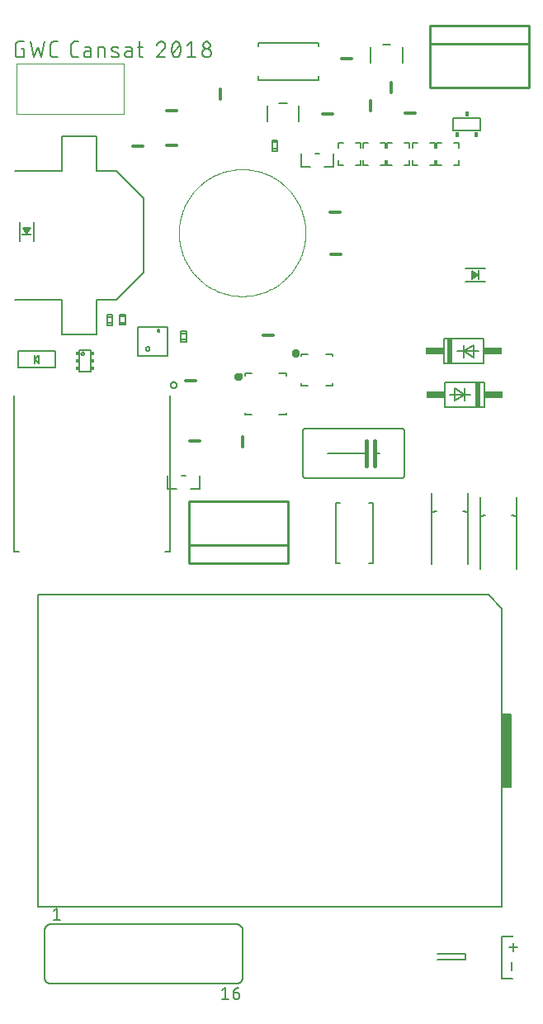
<source format=gto>
G75*
%MOIN*%
%OFA0B0*%
%FSLAX25Y25*%
%IPPOS*%
%LPD*%
%AMOC8*
5,1,8,0,0,1.08239X$1,22.5*
%
%ADD10C,0.00600*%
%ADD11C,0.00500*%
%ADD12C,0.00800*%
%ADD13C,0.00700*%
%ADD14C,0.01000*%
%ADD15C,0.01600*%
%ADD16C,0.01200*%
%ADD17R,0.02000X0.10000*%
%ADD18R,0.07500X0.03000*%
%ADD19R,0.00787X0.03937*%
%ADD20R,0.03937X0.00787*%
%ADD21R,0.01772X0.02362*%
%ADD22C,0.00197*%
%ADD23R,0.01575X0.01181*%
D10*
X0060369Y0077209D02*
X0135369Y0077209D01*
X0135467Y0077211D01*
X0135565Y0077217D01*
X0135663Y0077226D01*
X0135760Y0077240D01*
X0135857Y0077257D01*
X0135953Y0077278D01*
X0136048Y0077303D01*
X0136142Y0077331D01*
X0136234Y0077364D01*
X0136326Y0077399D01*
X0136416Y0077439D01*
X0136504Y0077481D01*
X0136591Y0077528D01*
X0136675Y0077577D01*
X0136758Y0077630D01*
X0136838Y0077686D01*
X0136917Y0077746D01*
X0136993Y0077808D01*
X0137066Y0077873D01*
X0137137Y0077941D01*
X0137205Y0078012D01*
X0137270Y0078085D01*
X0137332Y0078161D01*
X0137392Y0078240D01*
X0137448Y0078320D01*
X0137501Y0078403D01*
X0137550Y0078487D01*
X0137597Y0078574D01*
X0137639Y0078662D01*
X0137679Y0078752D01*
X0137714Y0078844D01*
X0137747Y0078936D01*
X0137775Y0079030D01*
X0137800Y0079125D01*
X0137821Y0079221D01*
X0137838Y0079318D01*
X0137852Y0079415D01*
X0137861Y0079513D01*
X0137867Y0079611D01*
X0137869Y0079709D01*
X0137869Y0098709D01*
X0137867Y0098807D01*
X0137861Y0098905D01*
X0137852Y0099003D01*
X0137838Y0099100D01*
X0137821Y0099197D01*
X0137800Y0099293D01*
X0137775Y0099388D01*
X0137747Y0099482D01*
X0137714Y0099574D01*
X0137679Y0099666D01*
X0137639Y0099756D01*
X0137597Y0099844D01*
X0137550Y0099931D01*
X0137501Y0100015D01*
X0137448Y0100098D01*
X0137392Y0100178D01*
X0137332Y0100257D01*
X0137270Y0100333D01*
X0137205Y0100406D01*
X0137137Y0100477D01*
X0137066Y0100545D01*
X0136993Y0100610D01*
X0136917Y0100672D01*
X0136838Y0100732D01*
X0136758Y0100788D01*
X0136675Y0100841D01*
X0136591Y0100890D01*
X0136504Y0100937D01*
X0136416Y0100979D01*
X0136326Y0101019D01*
X0136234Y0101054D01*
X0136142Y0101087D01*
X0136048Y0101115D01*
X0135953Y0101140D01*
X0135857Y0101161D01*
X0135760Y0101178D01*
X0135663Y0101192D01*
X0135565Y0101201D01*
X0135467Y0101207D01*
X0135369Y0101209D01*
X0060369Y0101209D01*
X0060271Y0101207D01*
X0060173Y0101201D01*
X0060075Y0101192D01*
X0059978Y0101178D01*
X0059881Y0101161D01*
X0059785Y0101140D01*
X0059690Y0101115D01*
X0059596Y0101087D01*
X0059504Y0101054D01*
X0059412Y0101019D01*
X0059322Y0100979D01*
X0059234Y0100937D01*
X0059147Y0100890D01*
X0059063Y0100841D01*
X0058980Y0100788D01*
X0058900Y0100732D01*
X0058821Y0100672D01*
X0058745Y0100610D01*
X0058672Y0100545D01*
X0058601Y0100477D01*
X0058533Y0100406D01*
X0058468Y0100333D01*
X0058406Y0100257D01*
X0058346Y0100178D01*
X0058290Y0100098D01*
X0058237Y0100015D01*
X0058188Y0099931D01*
X0058141Y0099844D01*
X0058099Y0099756D01*
X0058059Y0099666D01*
X0058024Y0099574D01*
X0057991Y0099482D01*
X0057963Y0099388D01*
X0057938Y0099293D01*
X0057917Y0099197D01*
X0057900Y0099100D01*
X0057886Y0099003D01*
X0057877Y0098905D01*
X0057871Y0098807D01*
X0057869Y0098709D01*
X0057869Y0079709D01*
X0057871Y0079611D01*
X0057877Y0079513D01*
X0057886Y0079415D01*
X0057900Y0079318D01*
X0057917Y0079221D01*
X0057938Y0079125D01*
X0057963Y0079030D01*
X0057991Y0078936D01*
X0058024Y0078844D01*
X0058059Y0078752D01*
X0058099Y0078662D01*
X0058141Y0078574D01*
X0058188Y0078487D01*
X0058237Y0078403D01*
X0058290Y0078320D01*
X0058346Y0078240D01*
X0058406Y0078161D01*
X0058468Y0078085D01*
X0058533Y0078012D01*
X0058601Y0077941D01*
X0058672Y0077873D01*
X0058745Y0077808D01*
X0058821Y0077746D01*
X0058900Y0077686D01*
X0058980Y0077630D01*
X0059063Y0077577D01*
X0059147Y0077528D01*
X0059234Y0077481D01*
X0059322Y0077439D01*
X0059412Y0077399D01*
X0059504Y0077364D01*
X0059596Y0077331D01*
X0059690Y0077303D01*
X0059785Y0077278D01*
X0059881Y0077257D01*
X0059978Y0077240D01*
X0060075Y0077226D01*
X0060173Y0077217D01*
X0060271Y0077211D01*
X0060369Y0077209D01*
X0163212Y0281295D02*
X0202212Y0281295D01*
X0202272Y0281297D01*
X0202333Y0281302D01*
X0202392Y0281311D01*
X0202451Y0281324D01*
X0202510Y0281340D01*
X0202567Y0281360D01*
X0202622Y0281383D01*
X0202677Y0281410D01*
X0202729Y0281439D01*
X0202780Y0281472D01*
X0202829Y0281508D01*
X0202875Y0281546D01*
X0202919Y0281588D01*
X0202961Y0281632D01*
X0202999Y0281678D01*
X0203035Y0281727D01*
X0203068Y0281778D01*
X0203097Y0281830D01*
X0203124Y0281885D01*
X0203147Y0281940D01*
X0203167Y0281997D01*
X0203183Y0282056D01*
X0203196Y0282115D01*
X0203205Y0282174D01*
X0203210Y0282235D01*
X0203212Y0282295D01*
X0203212Y0300295D01*
X0203210Y0300355D01*
X0203205Y0300416D01*
X0203196Y0300475D01*
X0203183Y0300534D01*
X0203167Y0300593D01*
X0203147Y0300650D01*
X0203124Y0300705D01*
X0203097Y0300760D01*
X0203068Y0300812D01*
X0203035Y0300863D01*
X0202999Y0300912D01*
X0202961Y0300958D01*
X0202919Y0301002D01*
X0202875Y0301044D01*
X0202829Y0301082D01*
X0202780Y0301118D01*
X0202729Y0301151D01*
X0202677Y0301180D01*
X0202622Y0301207D01*
X0202567Y0301230D01*
X0202510Y0301250D01*
X0202451Y0301266D01*
X0202392Y0301279D01*
X0202333Y0301288D01*
X0202272Y0301293D01*
X0202212Y0301295D01*
X0163212Y0301295D01*
X0163152Y0301293D01*
X0163091Y0301288D01*
X0163032Y0301279D01*
X0162973Y0301266D01*
X0162914Y0301250D01*
X0162857Y0301230D01*
X0162802Y0301207D01*
X0162747Y0301180D01*
X0162695Y0301151D01*
X0162644Y0301118D01*
X0162595Y0301082D01*
X0162549Y0301044D01*
X0162505Y0301002D01*
X0162463Y0300958D01*
X0162425Y0300912D01*
X0162389Y0300863D01*
X0162356Y0300812D01*
X0162327Y0300760D01*
X0162300Y0300705D01*
X0162277Y0300650D01*
X0162257Y0300593D01*
X0162241Y0300534D01*
X0162228Y0300475D01*
X0162219Y0300416D01*
X0162214Y0300355D01*
X0162212Y0300295D01*
X0162212Y0282295D01*
X0162214Y0282235D01*
X0162219Y0282174D01*
X0162228Y0282115D01*
X0162241Y0282056D01*
X0162257Y0281997D01*
X0162277Y0281940D01*
X0162300Y0281885D01*
X0162327Y0281830D01*
X0162356Y0281778D01*
X0162389Y0281727D01*
X0162425Y0281678D01*
X0162463Y0281632D01*
X0162505Y0281588D01*
X0162549Y0281546D01*
X0162595Y0281508D01*
X0162644Y0281472D01*
X0162695Y0281439D01*
X0162747Y0281410D01*
X0162802Y0281383D01*
X0162857Y0281360D01*
X0162914Y0281340D01*
X0162973Y0281324D01*
X0163032Y0281311D01*
X0163091Y0281302D01*
X0163152Y0281297D01*
X0163212Y0281295D01*
X0172212Y0291295D02*
X0187712Y0291295D01*
X0191212Y0291295D02*
X0193212Y0291295D01*
X0219476Y0309917D02*
X0235476Y0309917D01*
X0235476Y0319917D01*
X0219476Y0319917D01*
X0219476Y0309917D01*
X0223476Y0312417D02*
X0227476Y0314917D01*
X0227476Y0317417D01*
X0227476Y0314917D02*
X0227476Y0312417D01*
X0227476Y0314917D02*
X0221476Y0314917D01*
X0223476Y0312417D02*
X0223476Y0317417D01*
X0227476Y0314917D01*
X0229976Y0314917D01*
X0235161Y0327476D02*
X0235161Y0337476D01*
X0219161Y0337476D01*
X0219161Y0327476D01*
X0235161Y0327476D01*
X0233161Y0332476D02*
X0227161Y0332476D01*
X0227161Y0329976D01*
X0227161Y0332476D02*
X0224661Y0332476D01*
X0227161Y0332476D02*
X0227161Y0334976D01*
X0227161Y0332476D02*
X0231161Y0334976D01*
X0231161Y0329976D01*
X0227161Y0332476D01*
X0225322Y0407583D02*
X0223322Y0407583D01*
X0225322Y0407583D02*
X0225322Y0409583D01*
X0225322Y0414583D02*
X0225322Y0416583D01*
X0223322Y0416583D01*
X0218322Y0416583D02*
X0216322Y0416583D01*
X0216322Y0414583D01*
X0215480Y0414583D02*
X0215480Y0416583D01*
X0213480Y0416583D01*
X0208480Y0416583D02*
X0206480Y0416583D01*
X0206480Y0414583D01*
X0205243Y0414583D02*
X0205243Y0416583D01*
X0203243Y0416583D01*
X0198243Y0416583D02*
X0196243Y0416583D01*
X0196243Y0414583D01*
X0195401Y0414583D02*
X0195401Y0416583D01*
X0193401Y0416583D01*
X0188401Y0416583D02*
X0186401Y0416583D01*
X0186401Y0414583D01*
X0185558Y0414504D02*
X0185558Y0416504D01*
X0183558Y0416504D01*
X0178558Y0416504D02*
X0176558Y0416504D01*
X0176558Y0414504D01*
X0176558Y0409504D02*
X0176558Y0407504D01*
X0178558Y0407504D01*
X0183558Y0407504D02*
X0185558Y0407504D01*
X0185558Y0409504D01*
X0186401Y0409583D02*
X0186401Y0407583D01*
X0188401Y0407583D01*
X0193401Y0407583D02*
X0195401Y0407583D01*
X0195401Y0409583D01*
X0196243Y0409583D02*
X0196243Y0407583D01*
X0198243Y0407583D01*
X0203243Y0407583D02*
X0205243Y0407583D01*
X0205243Y0409583D01*
X0206480Y0409583D02*
X0206480Y0407583D01*
X0208480Y0407583D01*
X0213480Y0407583D02*
X0215480Y0407583D01*
X0215480Y0409583D01*
X0216322Y0409583D02*
X0216322Y0407583D01*
X0218322Y0407583D01*
X0125108Y0452822D02*
X0125106Y0452739D01*
X0125100Y0452656D01*
X0125090Y0452573D01*
X0125077Y0452490D01*
X0125059Y0452409D01*
X0125038Y0452328D01*
X0125013Y0452249D01*
X0124984Y0452171D01*
X0124952Y0452094D01*
X0124916Y0452019D01*
X0124877Y0451945D01*
X0124834Y0451874D01*
X0124788Y0451804D01*
X0124738Y0451737D01*
X0124686Y0451672D01*
X0124631Y0451610D01*
X0124572Y0451550D01*
X0124511Y0451493D01*
X0124448Y0451439D01*
X0124382Y0451388D01*
X0124313Y0451341D01*
X0124243Y0451296D01*
X0124170Y0451255D01*
X0124096Y0451218D01*
X0124020Y0451183D01*
X0123942Y0451153D01*
X0123864Y0451126D01*
X0123783Y0451103D01*
X0123702Y0451083D01*
X0123620Y0451068D01*
X0123538Y0451056D01*
X0123455Y0451048D01*
X0123372Y0451044D01*
X0123288Y0451044D01*
X0123205Y0451048D01*
X0123122Y0451056D01*
X0123040Y0451068D01*
X0122958Y0451083D01*
X0122877Y0451103D01*
X0122796Y0451126D01*
X0122718Y0451153D01*
X0122640Y0451183D01*
X0122564Y0451218D01*
X0122490Y0451255D01*
X0122417Y0451296D01*
X0122347Y0451341D01*
X0122278Y0451388D01*
X0122212Y0451439D01*
X0122149Y0451493D01*
X0122088Y0451550D01*
X0122029Y0451610D01*
X0121974Y0451672D01*
X0121922Y0451737D01*
X0121872Y0451804D01*
X0121826Y0451874D01*
X0121783Y0451945D01*
X0121744Y0452019D01*
X0121708Y0452094D01*
X0121676Y0452171D01*
X0121647Y0452249D01*
X0121622Y0452328D01*
X0121601Y0452409D01*
X0121583Y0452490D01*
X0121570Y0452573D01*
X0121560Y0452656D01*
X0121554Y0452739D01*
X0121552Y0452822D01*
X0121554Y0452905D01*
X0121560Y0452988D01*
X0121570Y0453071D01*
X0121583Y0453154D01*
X0121601Y0453235D01*
X0121622Y0453316D01*
X0121647Y0453395D01*
X0121676Y0453473D01*
X0121708Y0453550D01*
X0121744Y0453625D01*
X0121783Y0453699D01*
X0121826Y0453770D01*
X0121872Y0453840D01*
X0121922Y0453907D01*
X0121974Y0453972D01*
X0122029Y0454034D01*
X0122088Y0454094D01*
X0122149Y0454151D01*
X0122212Y0454205D01*
X0122278Y0454256D01*
X0122347Y0454303D01*
X0122417Y0454348D01*
X0122490Y0454389D01*
X0122564Y0454426D01*
X0122640Y0454461D01*
X0122718Y0454491D01*
X0122796Y0454518D01*
X0122877Y0454541D01*
X0122958Y0454561D01*
X0123040Y0454576D01*
X0123122Y0454588D01*
X0123205Y0454596D01*
X0123288Y0454600D01*
X0123372Y0454600D01*
X0123455Y0454596D01*
X0123538Y0454588D01*
X0123620Y0454576D01*
X0123702Y0454561D01*
X0123783Y0454541D01*
X0123864Y0454518D01*
X0123942Y0454491D01*
X0124020Y0454461D01*
X0124096Y0454426D01*
X0124170Y0454389D01*
X0124243Y0454348D01*
X0124313Y0454303D01*
X0124382Y0454256D01*
X0124448Y0454205D01*
X0124511Y0454151D01*
X0124572Y0454094D01*
X0124631Y0454034D01*
X0124686Y0453972D01*
X0124738Y0453907D01*
X0124788Y0453840D01*
X0124834Y0453770D01*
X0124877Y0453699D01*
X0124916Y0453625D01*
X0124952Y0453550D01*
X0124984Y0453473D01*
X0125013Y0453395D01*
X0125038Y0453316D01*
X0125059Y0453235D01*
X0125077Y0453154D01*
X0125090Y0453071D01*
X0125100Y0452988D01*
X0125106Y0452905D01*
X0125108Y0452822D01*
X0124752Y0456022D02*
X0124750Y0455948D01*
X0124744Y0455873D01*
X0124734Y0455800D01*
X0124721Y0455726D01*
X0124704Y0455654D01*
X0124682Y0455583D01*
X0124658Y0455512D01*
X0124629Y0455444D01*
X0124597Y0455376D01*
X0124561Y0455311D01*
X0124523Y0455248D01*
X0124480Y0455186D01*
X0124435Y0455127D01*
X0124387Y0455070D01*
X0124336Y0455016D01*
X0124282Y0454965D01*
X0124225Y0454917D01*
X0124166Y0454872D01*
X0124104Y0454829D01*
X0124041Y0454791D01*
X0123976Y0454755D01*
X0123908Y0454723D01*
X0123840Y0454694D01*
X0123769Y0454670D01*
X0123698Y0454648D01*
X0123626Y0454631D01*
X0123552Y0454618D01*
X0123479Y0454608D01*
X0123404Y0454602D01*
X0123330Y0454600D01*
X0123256Y0454602D01*
X0123181Y0454608D01*
X0123108Y0454618D01*
X0123034Y0454631D01*
X0122962Y0454648D01*
X0122891Y0454670D01*
X0122820Y0454694D01*
X0122752Y0454723D01*
X0122684Y0454755D01*
X0122619Y0454791D01*
X0122556Y0454829D01*
X0122494Y0454872D01*
X0122435Y0454917D01*
X0122378Y0454965D01*
X0122324Y0455016D01*
X0122273Y0455070D01*
X0122225Y0455127D01*
X0122180Y0455186D01*
X0122137Y0455248D01*
X0122099Y0455311D01*
X0122063Y0455376D01*
X0122031Y0455444D01*
X0122002Y0455512D01*
X0121978Y0455583D01*
X0121956Y0455654D01*
X0121939Y0455726D01*
X0121926Y0455800D01*
X0121916Y0455873D01*
X0121910Y0455948D01*
X0121908Y0456022D01*
X0121910Y0456096D01*
X0121916Y0456171D01*
X0121926Y0456244D01*
X0121939Y0456318D01*
X0121956Y0456390D01*
X0121978Y0456461D01*
X0122002Y0456532D01*
X0122031Y0456600D01*
X0122063Y0456668D01*
X0122099Y0456733D01*
X0122137Y0456796D01*
X0122180Y0456858D01*
X0122225Y0456917D01*
X0122273Y0456974D01*
X0122324Y0457028D01*
X0122378Y0457079D01*
X0122435Y0457127D01*
X0122494Y0457172D01*
X0122556Y0457215D01*
X0122619Y0457253D01*
X0122684Y0457289D01*
X0122752Y0457321D01*
X0122820Y0457350D01*
X0122891Y0457374D01*
X0122962Y0457396D01*
X0123034Y0457413D01*
X0123108Y0457426D01*
X0123181Y0457436D01*
X0123256Y0457442D01*
X0123330Y0457444D01*
X0123404Y0457442D01*
X0123479Y0457436D01*
X0123552Y0457426D01*
X0123626Y0457413D01*
X0123698Y0457396D01*
X0123769Y0457374D01*
X0123840Y0457350D01*
X0123908Y0457321D01*
X0123976Y0457289D01*
X0124041Y0457253D01*
X0124104Y0457215D01*
X0124166Y0457172D01*
X0124225Y0457127D01*
X0124282Y0457079D01*
X0124336Y0457028D01*
X0124387Y0456974D01*
X0124435Y0456917D01*
X0124480Y0456858D01*
X0124523Y0456796D01*
X0124561Y0456733D01*
X0124597Y0456668D01*
X0124629Y0456600D01*
X0124658Y0456532D01*
X0124682Y0456461D01*
X0124704Y0456390D01*
X0124721Y0456318D01*
X0124734Y0456244D01*
X0124744Y0456171D01*
X0124750Y0456096D01*
X0124752Y0456022D01*
X0118954Y0451045D02*
X0115399Y0451045D01*
X0117176Y0451045D02*
X0117176Y0457445D01*
X0115399Y0456022D01*
X0109245Y0454245D02*
X0109247Y0454104D01*
X0109253Y0453964D01*
X0109262Y0453823D01*
X0109275Y0453683D01*
X0109292Y0453543D01*
X0109312Y0453404D01*
X0109337Y0453266D01*
X0109365Y0453128D01*
X0109396Y0452991D01*
X0109432Y0452854D01*
X0109471Y0452719D01*
X0109513Y0452585D01*
X0109559Y0452452D01*
X0109609Y0452320D01*
X0109662Y0452190D01*
X0109718Y0452061D01*
X0109778Y0451934D01*
X0109600Y0452467D02*
X0112445Y0456022D01*
X0112267Y0456556D02*
X0112242Y0456622D01*
X0112214Y0456687D01*
X0112182Y0456751D01*
X0112147Y0456812D01*
X0112108Y0456872D01*
X0112067Y0456930D01*
X0112022Y0456985D01*
X0111974Y0457037D01*
X0111924Y0457087D01*
X0111871Y0457135D01*
X0111816Y0457179D01*
X0111758Y0457220D01*
X0111698Y0457258D01*
X0111636Y0457293D01*
X0111572Y0457324D01*
X0111507Y0457352D01*
X0111440Y0457377D01*
X0111373Y0457397D01*
X0111304Y0457414D01*
X0111234Y0457428D01*
X0111164Y0457437D01*
X0111093Y0457443D01*
X0111022Y0457445D01*
X0110951Y0457443D01*
X0110880Y0457437D01*
X0110810Y0457428D01*
X0110740Y0457414D01*
X0110671Y0457397D01*
X0110604Y0457377D01*
X0110537Y0457352D01*
X0110472Y0457324D01*
X0110408Y0457293D01*
X0110346Y0457258D01*
X0110286Y0457220D01*
X0110228Y0457179D01*
X0110173Y0457135D01*
X0110120Y0457087D01*
X0110070Y0457037D01*
X0110022Y0456985D01*
X0109977Y0456930D01*
X0109936Y0456872D01*
X0109897Y0456812D01*
X0109862Y0456751D01*
X0109830Y0456687D01*
X0109802Y0456622D01*
X0109777Y0456556D01*
X0112267Y0456556D02*
X0112327Y0456429D01*
X0112383Y0456300D01*
X0112436Y0456170D01*
X0112486Y0456038D01*
X0112532Y0455905D01*
X0112574Y0455771D01*
X0112613Y0455636D01*
X0112649Y0455499D01*
X0112680Y0455362D01*
X0112708Y0455224D01*
X0112733Y0455086D01*
X0112753Y0454947D01*
X0112770Y0454807D01*
X0112783Y0454667D01*
X0112792Y0454526D01*
X0112798Y0454386D01*
X0112800Y0454245D01*
X0109245Y0454245D02*
X0109247Y0454386D01*
X0109253Y0454526D01*
X0109262Y0454667D01*
X0109275Y0454807D01*
X0109292Y0454947D01*
X0109312Y0455086D01*
X0109337Y0455224D01*
X0109365Y0455362D01*
X0109396Y0455499D01*
X0109432Y0455636D01*
X0109471Y0455771D01*
X0109513Y0455905D01*
X0109559Y0456038D01*
X0109609Y0456170D01*
X0109662Y0456300D01*
X0109718Y0456429D01*
X0109778Y0456556D01*
X0112800Y0454245D02*
X0112798Y0454104D01*
X0112792Y0453964D01*
X0112783Y0453823D01*
X0112770Y0453683D01*
X0112753Y0453543D01*
X0112733Y0453404D01*
X0112708Y0453266D01*
X0112680Y0453128D01*
X0112649Y0452991D01*
X0112613Y0452854D01*
X0112574Y0452719D01*
X0112532Y0452585D01*
X0112486Y0452452D01*
X0112436Y0452320D01*
X0112383Y0452190D01*
X0112327Y0452061D01*
X0112267Y0451934D01*
X0112267Y0451933D02*
X0112242Y0451867D01*
X0112214Y0451802D01*
X0112182Y0451738D01*
X0112147Y0451677D01*
X0112108Y0451617D01*
X0112067Y0451559D01*
X0112022Y0451504D01*
X0111974Y0451452D01*
X0111924Y0451402D01*
X0111871Y0451354D01*
X0111815Y0451310D01*
X0111758Y0451269D01*
X0111698Y0451231D01*
X0111636Y0451196D01*
X0111572Y0451165D01*
X0111507Y0451137D01*
X0111440Y0451112D01*
X0111373Y0451092D01*
X0111304Y0451075D01*
X0111234Y0451061D01*
X0111164Y0451052D01*
X0111093Y0451046D01*
X0111022Y0451044D01*
X0110951Y0451046D01*
X0110880Y0451052D01*
X0110810Y0451061D01*
X0110740Y0451075D01*
X0110671Y0451092D01*
X0110604Y0451112D01*
X0110537Y0451137D01*
X0110472Y0451165D01*
X0110408Y0451196D01*
X0110346Y0451231D01*
X0110286Y0451269D01*
X0110228Y0451310D01*
X0110173Y0451354D01*
X0110120Y0451402D01*
X0110070Y0451452D01*
X0110022Y0451504D01*
X0109977Y0451559D01*
X0109936Y0451617D01*
X0109897Y0451677D01*
X0109862Y0451738D01*
X0109830Y0451802D01*
X0109802Y0451867D01*
X0109777Y0451933D01*
X0106646Y0451045D02*
X0103091Y0451045D01*
X0106113Y0454600D01*
X0105046Y0457445D02*
X0104957Y0457443D01*
X0104868Y0457437D01*
X0104779Y0457428D01*
X0104691Y0457414D01*
X0104604Y0457397D01*
X0104517Y0457376D01*
X0104431Y0457351D01*
X0104347Y0457323D01*
X0104264Y0457290D01*
X0104182Y0457255D01*
X0104102Y0457215D01*
X0104024Y0457173D01*
X0103947Y0457127D01*
X0103873Y0457078D01*
X0103801Y0457025D01*
X0103731Y0456970D01*
X0103664Y0456911D01*
X0103599Y0456850D01*
X0103537Y0456786D01*
X0103478Y0456719D01*
X0103422Y0456650D01*
X0103369Y0456578D01*
X0103319Y0456504D01*
X0103272Y0456428D01*
X0103229Y0456351D01*
X0103189Y0456271D01*
X0103152Y0456190D01*
X0103119Y0456107D01*
X0103090Y0456022D01*
X0106114Y0454600D02*
X0106171Y0454658D01*
X0106227Y0454719D01*
X0106279Y0454782D01*
X0106328Y0454847D01*
X0106374Y0454915D01*
X0106416Y0454985D01*
X0106456Y0455057D01*
X0106491Y0455130D01*
X0106524Y0455206D01*
X0106552Y0455282D01*
X0106577Y0455360D01*
X0106598Y0455439D01*
X0106616Y0455519D01*
X0106629Y0455600D01*
X0106639Y0455681D01*
X0106645Y0455763D01*
X0106647Y0455845D01*
X0106646Y0455845D02*
X0106644Y0455924D01*
X0106638Y0456002D01*
X0106629Y0456080D01*
X0106615Y0456157D01*
X0106598Y0456234D01*
X0106577Y0456309D01*
X0106552Y0456384D01*
X0106524Y0456457D01*
X0106492Y0456529D01*
X0106457Y0456599D01*
X0106418Y0456668D01*
X0106376Y0456734D01*
X0106331Y0456798D01*
X0106283Y0456860D01*
X0106232Y0456919D01*
X0106177Y0456976D01*
X0106120Y0457031D01*
X0106061Y0457082D01*
X0105999Y0457130D01*
X0105935Y0457175D01*
X0105869Y0457217D01*
X0105800Y0457256D01*
X0105730Y0457291D01*
X0105658Y0457323D01*
X0105585Y0457351D01*
X0105510Y0457376D01*
X0105435Y0457397D01*
X0105358Y0457414D01*
X0105281Y0457428D01*
X0105203Y0457437D01*
X0105125Y0457443D01*
X0105046Y0457445D01*
X0097479Y0455311D02*
X0095345Y0455311D01*
X0096057Y0457445D02*
X0096057Y0452111D01*
X0096056Y0452111D02*
X0096058Y0452047D01*
X0096064Y0451982D01*
X0096073Y0451919D01*
X0096087Y0451856D01*
X0096104Y0451794D01*
X0096125Y0451733D01*
X0096150Y0451673D01*
X0096178Y0451615D01*
X0096210Y0451559D01*
X0096245Y0451505D01*
X0096283Y0451453D01*
X0096324Y0451403D01*
X0096369Y0451357D01*
X0096415Y0451312D01*
X0096465Y0451271D01*
X0096517Y0451233D01*
X0096571Y0451198D01*
X0096627Y0451166D01*
X0096685Y0451138D01*
X0096745Y0451113D01*
X0096806Y0451092D01*
X0096868Y0451075D01*
X0096931Y0451061D01*
X0096994Y0451052D01*
X0097059Y0451046D01*
X0097123Y0451044D01*
X0097123Y0451045D02*
X0097479Y0451045D01*
X0093133Y0451045D02*
X0093133Y0454245D01*
X0093133Y0453533D02*
X0091533Y0453533D01*
X0093133Y0454245D02*
X0093131Y0454309D01*
X0093125Y0454374D01*
X0093116Y0454437D01*
X0093102Y0454500D01*
X0093085Y0454562D01*
X0093064Y0454623D01*
X0093039Y0454683D01*
X0093011Y0454741D01*
X0092979Y0454797D01*
X0092944Y0454851D01*
X0092906Y0454903D01*
X0092865Y0454953D01*
X0092820Y0454999D01*
X0092774Y0455044D01*
X0092724Y0455085D01*
X0092672Y0455123D01*
X0092618Y0455158D01*
X0092562Y0455190D01*
X0092504Y0455218D01*
X0092444Y0455243D01*
X0092383Y0455264D01*
X0092321Y0455281D01*
X0092258Y0455295D01*
X0092195Y0455304D01*
X0092130Y0455310D01*
X0092066Y0455312D01*
X0092066Y0455311D02*
X0090644Y0455311D01*
X0091533Y0453533D02*
X0091463Y0453531D01*
X0091394Y0453525D01*
X0091325Y0453515D01*
X0091256Y0453502D01*
X0091189Y0453484D01*
X0091122Y0453463D01*
X0091057Y0453438D01*
X0090993Y0453410D01*
X0090931Y0453378D01*
X0090871Y0453342D01*
X0090813Y0453304D01*
X0090757Y0453262D01*
X0090704Y0453217D01*
X0090653Y0453169D01*
X0090605Y0453118D01*
X0090560Y0453065D01*
X0090518Y0453009D01*
X0090480Y0452951D01*
X0090444Y0452891D01*
X0090412Y0452829D01*
X0090384Y0452765D01*
X0090359Y0452700D01*
X0090338Y0452633D01*
X0090320Y0452566D01*
X0090307Y0452497D01*
X0090297Y0452428D01*
X0090291Y0452359D01*
X0090289Y0452289D01*
X0090291Y0452219D01*
X0090297Y0452150D01*
X0090307Y0452081D01*
X0090320Y0452012D01*
X0090338Y0451945D01*
X0090359Y0451878D01*
X0090384Y0451813D01*
X0090412Y0451749D01*
X0090444Y0451687D01*
X0090480Y0451627D01*
X0090518Y0451569D01*
X0090560Y0451513D01*
X0090605Y0451460D01*
X0090653Y0451409D01*
X0090704Y0451361D01*
X0090757Y0451316D01*
X0090813Y0451274D01*
X0090871Y0451236D01*
X0090931Y0451200D01*
X0090993Y0451168D01*
X0091057Y0451140D01*
X0091122Y0451115D01*
X0091189Y0451094D01*
X0091256Y0451076D01*
X0091325Y0451063D01*
X0091394Y0451053D01*
X0091463Y0451047D01*
X0091533Y0451045D01*
X0093133Y0451045D01*
X0087295Y0452822D02*
X0085517Y0453533D01*
X0085518Y0453533D02*
X0085463Y0453557D01*
X0085410Y0453584D01*
X0085359Y0453615D01*
X0085310Y0453649D01*
X0085264Y0453686D01*
X0085220Y0453726D01*
X0085178Y0453768D01*
X0085140Y0453814D01*
X0085104Y0453861D01*
X0085072Y0453911D01*
X0085042Y0453963D01*
X0085017Y0454017D01*
X0084994Y0454072D01*
X0084976Y0454128D01*
X0084961Y0454186D01*
X0084949Y0454244D01*
X0084942Y0454303D01*
X0084938Y0454363D01*
X0084939Y0454422D01*
X0084943Y0454482D01*
X0084951Y0454541D01*
X0084962Y0454599D01*
X0084978Y0454656D01*
X0084997Y0454713D01*
X0085019Y0454768D01*
X0085046Y0454821D01*
X0085075Y0454873D01*
X0085108Y0454922D01*
X0085144Y0454970D01*
X0085183Y0455015D01*
X0085225Y0455057D01*
X0085269Y0455097D01*
X0085316Y0455133D01*
X0085365Y0455167D01*
X0085416Y0455197D01*
X0085469Y0455224D01*
X0085524Y0455248D01*
X0085580Y0455267D01*
X0085637Y0455284D01*
X0085696Y0455296D01*
X0085754Y0455305D01*
X0085814Y0455310D01*
X0085873Y0455311D01*
X0084984Y0451400D02*
X0085129Y0451350D01*
X0085276Y0451304D01*
X0085423Y0451261D01*
X0085572Y0451222D01*
X0085722Y0451187D01*
X0085872Y0451155D01*
X0086023Y0451128D01*
X0086175Y0451104D01*
X0086327Y0451085D01*
X0086480Y0451069D01*
X0086633Y0451057D01*
X0086786Y0451049D01*
X0086940Y0451045D01*
X0086940Y0451044D02*
X0086999Y0451045D01*
X0087059Y0451050D01*
X0087117Y0451059D01*
X0087176Y0451071D01*
X0087233Y0451088D01*
X0087289Y0451107D01*
X0087344Y0451131D01*
X0087397Y0451158D01*
X0087448Y0451188D01*
X0087497Y0451222D01*
X0087544Y0451258D01*
X0087588Y0451298D01*
X0087630Y0451340D01*
X0087669Y0451385D01*
X0087705Y0451433D01*
X0087738Y0451482D01*
X0087767Y0451534D01*
X0087794Y0451587D01*
X0087816Y0451642D01*
X0087835Y0451699D01*
X0087851Y0451756D01*
X0087862Y0451814D01*
X0087870Y0451873D01*
X0087874Y0451933D01*
X0087875Y0451992D01*
X0087871Y0452052D01*
X0087864Y0452111D01*
X0087852Y0452169D01*
X0087837Y0452227D01*
X0087819Y0452283D01*
X0087796Y0452338D01*
X0087771Y0452392D01*
X0087741Y0452444D01*
X0087709Y0452494D01*
X0087673Y0452541D01*
X0087635Y0452587D01*
X0087593Y0452629D01*
X0087549Y0452669D01*
X0087503Y0452706D01*
X0087454Y0452740D01*
X0087403Y0452771D01*
X0087350Y0452798D01*
X0087295Y0452822D01*
X0087473Y0454956D02*
X0087365Y0455003D01*
X0087255Y0455046D01*
X0087144Y0455087D01*
X0087032Y0455124D01*
X0086920Y0455158D01*
X0086806Y0455189D01*
X0086691Y0455216D01*
X0086575Y0455240D01*
X0086459Y0455260D01*
X0086343Y0455277D01*
X0086226Y0455291D01*
X0086108Y0455301D01*
X0085991Y0455308D01*
X0085873Y0455312D01*
X0082290Y0454245D02*
X0082290Y0451045D01*
X0079445Y0451045D02*
X0079445Y0455311D01*
X0081223Y0455311D01*
X0081223Y0455312D02*
X0081287Y0455310D01*
X0081352Y0455304D01*
X0081415Y0455295D01*
X0081478Y0455281D01*
X0081540Y0455264D01*
X0081601Y0455243D01*
X0081661Y0455218D01*
X0081719Y0455190D01*
X0081775Y0455158D01*
X0081829Y0455123D01*
X0081881Y0455085D01*
X0081931Y0455044D01*
X0081977Y0454999D01*
X0082022Y0454953D01*
X0082063Y0454903D01*
X0082101Y0454851D01*
X0082136Y0454797D01*
X0082168Y0454741D01*
X0082196Y0454683D01*
X0082221Y0454623D01*
X0082242Y0454562D01*
X0082259Y0454500D01*
X0082273Y0454437D01*
X0082282Y0454374D01*
X0082288Y0454309D01*
X0082290Y0454245D01*
X0076517Y0454245D02*
X0076517Y0451045D01*
X0074917Y0451045D01*
X0074847Y0451047D01*
X0074778Y0451053D01*
X0074709Y0451063D01*
X0074640Y0451076D01*
X0074573Y0451094D01*
X0074506Y0451115D01*
X0074441Y0451140D01*
X0074377Y0451168D01*
X0074315Y0451200D01*
X0074255Y0451236D01*
X0074197Y0451274D01*
X0074141Y0451316D01*
X0074088Y0451361D01*
X0074037Y0451409D01*
X0073989Y0451460D01*
X0073944Y0451513D01*
X0073902Y0451569D01*
X0073864Y0451627D01*
X0073828Y0451687D01*
X0073796Y0451749D01*
X0073768Y0451813D01*
X0073743Y0451878D01*
X0073722Y0451945D01*
X0073704Y0452012D01*
X0073691Y0452081D01*
X0073681Y0452150D01*
X0073675Y0452219D01*
X0073673Y0452289D01*
X0073675Y0452359D01*
X0073681Y0452428D01*
X0073691Y0452497D01*
X0073704Y0452566D01*
X0073722Y0452633D01*
X0073743Y0452700D01*
X0073768Y0452765D01*
X0073796Y0452829D01*
X0073828Y0452891D01*
X0073864Y0452951D01*
X0073902Y0453009D01*
X0073944Y0453065D01*
X0073989Y0453118D01*
X0074037Y0453169D01*
X0074088Y0453217D01*
X0074141Y0453262D01*
X0074197Y0453304D01*
X0074255Y0453342D01*
X0074315Y0453378D01*
X0074377Y0453410D01*
X0074441Y0453438D01*
X0074506Y0453463D01*
X0074573Y0453484D01*
X0074640Y0453502D01*
X0074709Y0453515D01*
X0074778Y0453525D01*
X0074847Y0453531D01*
X0074917Y0453533D01*
X0076517Y0453533D01*
X0076518Y0454245D02*
X0076516Y0454309D01*
X0076510Y0454374D01*
X0076501Y0454437D01*
X0076487Y0454500D01*
X0076470Y0454562D01*
X0076449Y0454623D01*
X0076424Y0454683D01*
X0076396Y0454741D01*
X0076364Y0454797D01*
X0076329Y0454851D01*
X0076291Y0454903D01*
X0076250Y0454953D01*
X0076205Y0454999D01*
X0076159Y0455044D01*
X0076109Y0455085D01*
X0076057Y0455123D01*
X0076003Y0455158D01*
X0075947Y0455190D01*
X0075889Y0455218D01*
X0075829Y0455243D01*
X0075768Y0455264D01*
X0075706Y0455281D01*
X0075643Y0455295D01*
X0075580Y0455304D01*
X0075515Y0455310D01*
X0075451Y0455312D01*
X0075451Y0455311D02*
X0074028Y0455311D01*
X0071457Y0457445D02*
X0070035Y0457445D01*
X0070035Y0457444D02*
X0069961Y0457442D01*
X0069886Y0457436D01*
X0069813Y0457426D01*
X0069739Y0457413D01*
X0069667Y0457396D01*
X0069596Y0457374D01*
X0069525Y0457350D01*
X0069457Y0457321D01*
X0069389Y0457289D01*
X0069324Y0457253D01*
X0069261Y0457215D01*
X0069199Y0457172D01*
X0069140Y0457127D01*
X0069083Y0457079D01*
X0069029Y0457028D01*
X0068978Y0456973D01*
X0068930Y0456917D01*
X0068885Y0456858D01*
X0068842Y0456796D01*
X0068804Y0456733D01*
X0068768Y0456668D01*
X0068736Y0456600D01*
X0068707Y0456532D01*
X0068683Y0456461D01*
X0068661Y0456390D01*
X0068644Y0456318D01*
X0068631Y0456244D01*
X0068621Y0456171D01*
X0068615Y0456096D01*
X0068613Y0456022D01*
X0068613Y0452467D01*
X0068615Y0452393D01*
X0068621Y0452318D01*
X0068631Y0452245D01*
X0068644Y0452171D01*
X0068661Y0452099D01*
X0068683Y0452028D01*
X0068707Y0451957D01*
X0068736Y0451889D01*
X0068768Y0451821D01*
X0068804Y0451756D01*
X0068842Y0451693D01*
X0068885Y0451631D01*
X0068930Y0451572D01*
X0068978Y0451515D01*
X0069029Y0451461D01*
X0069083Y0451410D01*
X0069140Y0451362D01*
X0069199Y0451317D01*
X0069261Y0451274D01*
X0069324Y0451236D01*
X0069389Y0451200D01*
X0069457Y0451168D01*
X0069525Y0451139D01*
X0069596Y0451115D01*
X0069667Y0451093D01*
X0069739Y0451076D01*
X0069813Y0451063D01*
X0069886Y0451053D01*
X0069961Y0451047D01*
X0070035Y0451045D01*
X0071457Y0451045D01*
X0063046Y0451045D02*
X0061624Y0451045D01*
X0061550Y0451047D01*
X0061475Y0451053D01*
X0061402Y0451063D01*
X0061328Y0451076D01*
X0061256Y0451093D01*
X0061185Y0451115D01*
X0061114Y0451139D01*
X0061046Y0451168D01*
X0060978Y0451200D01*
X0060913Y0451236D01*
X0060850Y0451274D01*
X0060788Y0451317D01*
X0060729Y0451362D01*
X0060672Y0451410D01*
X0060618Y0451461D01*
X0060567Y0451515D01*
X0060519Y0451572D01*
X0060474Y0451631D01*
X0060431Y0451693D01*
X0060393Y0451756D01*
X0060357Y0451821D01*
X0060325Y0451889D01*
X0060296Y0451957D01*
X0060272Y0452028D01*
X0060250Y0452099D01*
X0060233Y0452171D01*
X0060220Y0452245D01*
X0060210Y0452318D01*
X0060204Y0452393D01*
X0060202Y0452467D01*
X0060202Y0456022D01*
X0060204Y0456096D01*
X0060210Y0456171D01*
X0060220Y0456244D01*
X0060233Y0456318D01*
X0060250Y0456390D01*
X0060272Y0456461D01*
X0060296Y0456532D01*
X0060325Y0456600D01*
X0060357Y0456668D01*
X0060393Y0456733D01*
X0060431Y0456796D01*
X0060474Y0456858D01*
X0060519Y0456917D01*
X0060567Y0456973D01*
X0060618Y0457028D01*
X0060672Y0457079D01*
X0060729Y0457127D01*
X0060788Y0457172D01*
X0060850Y0457215D01*
X0060913Y0457253D01*
X0060978Y0457289D01*
X0061046Y0457321D01*
X0061114Y0457350D01*
X0061185Y0457374D01*
X0061256Y0457396D01*
X0061328Y0457413D01*
X0061402Y0457426D01*
X0061475Y0457436D01*
X0061550Y0457442D01*
X0061624Y0457444D01*
X0061624Y0457445D02*
X0063046Y0457445D01*
X0057865Y0457445D02*
X0056443Y0451045D01*
X0055021Y0455311D01*
X0053599Y0451045D01*
X0052176Y0457445D01*
X0049619Y0457445D02*
X0047486Y0457445D01*
X0047486Y0457444D02*
X0047412Y0457442D01*
X0047337Y0457436D01*
X0047264Y0457426D01*
X0047190Y0457413D01*
X0047118Y0457396D01*
X0047047Y0457374D01*
X0046976Y0457350D01*
X0046908Y0457321D01*
X0046840Y0457289D01*
X0046775Y0457253D01*
X0046712Y0457215D01*
X0046650Y0457172D01*
X0046591Y0457127D01*
X0046534Y0457079D01*
X0046480Y0457028D01*
X0046429Y0456973D01*
X0046381Y0456917D01*
X0046336Y0456858D01*
X0046293Y0456796D01*
X0046255Y0456733D01*
X0046219Y0456668D01*
X0046187Y0456600D01*
X0046158Y0456532D01*
X0046134Y0456461D01*
X0046112Y0456390D01*
X0046095Y0456318D01*
X0046082Y0456244D01*
X0046072Y0456171D01*
X0046066Y0456096D01*
X0046064Y0456022D01*
X0046063Y0456022D02*
X0046063Y0452467D01*
X0046064Y0452467D02*
X0046066Y0452393D01*
X0046072Y0452318D01*
X0046082Y0452245D01*
X0046095Y0452171D01*
X0046112Y0452099D01*
X0046134Y0452028D01*
X0046158Y0451957D01*
X0046187Y0451889D01*
X0046219Y0451821D01*
X0046255Y0451756D01*
X0046293Y0451693D01*
X0046336Y0451631D01*
X0046381Y0451572D01*
X0046429Y0451515D01*
X0046480Y0451461D01*
X0046534Y0451410D01*
X0046591Y0451362D01*
X0046650Y0451317D01*
X0046712Y0451274D01*
X0046775Y0451236D01*
X0046840Y0451200D01*
X0046908Y0451168D01*
X0046976Y0451139D01*
X0047047Y0451115D01*
X0047118Y0451093D01*
X0047190Y0451076D01*
X0047264Y0451063D01*
X0047337Y0451053D01*
X0047412Y0451047D01*
X0047486Y0451045D01*
X0049619Y0451045D01*
X0049619Y0454600D01*
X0048552Y0454600D01*
D11*
X0083007Y0347102D02*
X0083007Y0346315D01*
X0085173Y0346315D01*
X0085173Y0347102D01*
X0083007Y0347102D01*
X0083007Y0346315D02*
X0083007Y0343756D01*
X0085173Y0343756D01*
X0085173Y0346315D01*
X0085173Y0343756D02*
X0085173Y0342969D01*
X0083007Y0342969D01*
X0083007Y0343756D01*
X0088204Y0343953D02*
X0090369Y0343953D01*
X0090369Y0346512D01*
X0088204Y0346512D01*
X0088204Y0347299D01*
X0090369Y0347299D01*
X0090369Y0346512D01*
X0088204Y0346512D02*
X0088204Y0343953D01*
X0088204Y0343165D01*
X0090369Y0343165D01*
X0090369Y0343953D01*
X0095586Y0342280D02*
X0095586Y0330469D01*
X0107397Y0330469D01*
X0107397Y0342280D01*
X0095586Y0342280D01*
X0098736Y0333421D02*
X0098738Y0333477D01*
X0098744Y0333532D01*
X0098754Y0333586D01*
X0098767Y0333640D01*
X0098785Y0333693D01*
X0098806Y0333744D01*
X0098830Y0333794D01*
X0098858Y0333842D01*
X0098890Y0333888D01*
X0098924Y0333932D01*
X0098962Y0333973D01*
X0099002Y0334011D01*
X0099045Y0334046D01*
X0099090Y0334078D01*
X0099138Y0334107D01*
X0099187Y0334133D01*
X0099238Y0334155D01*
X0099290Y0334173D01*
X0099344Y0334187D01*
X0099399Y0334198D01*
X0099454Y0334205D01*
X0099509Y0334208D01*
X0099565Y0334207D01*
X0099620Y0334202D01*
X0099675Y0334193D01*
X0099729Y0334181D01*
X0099782Y0334164D01*
X0099834Y0334144D01*
X0099884Y0334120D01*
X0099932Y0334093D01*
X0099979Y0334063D01*
X0100023Y0334029D01*
X0100065Y0333992D01*
X0100103Y0333952D01*
X0100140Y0333910D01*
X0100173Y0333865D01*
X0100202Y0333819D01*
X0100229Y0333770D01*
X0100251Y0333719D01*
X0100271Y0333667D01*
X0100286Y0333613D01*
X0100298Y0333559D01*
X0100306Y0333504D01*
X0100310Y0333449D01*
X0100310Y0333393D01*
X0100306Y0333338D01*
X0100298Y0333283D01*
X0100286Y0333229D01*
X0100271Y0333175D01*
X0100251Y0333123D01*
X0100229Y0333072D01*
X0100202Y0333023D01*
X0100173Y0332977D01*
X0100140Y0332932D01*
X0100103Y0332890D01*
X0100065Y0332850D01*
X0100023Y0332813D01*
X0099979Y0332779D01*
X0099932Y0332749D01*
X0099884Y0332722D01*
X0099834Y0332698D01*
X0099782Y0332678D01*
X0099729Y0332661D01*
X0099675Y0332649D01*
X0099620Y0332640D01*
X0099565Y0332635D01*
X0099509Y0332634D01*
X0099454Y0332637D01*
X0099399Y0332644D01*
X0099344Y0332655D01*
X0099290Y0332669D01*
X0099238Y0332687D01*
X0099187Y0332709D01*
X0099138Y0332735D01*
X0099090Y0332764D01*
X0099045Y0332796D01*
X0099002Y0332831D01*
X0098962Y0332869D01*
X0098924Y0332910D01*
X0098890Y0332954D01*
X0098858Y0333000D01*
X0098830Y0333048D01*
X0098806Y0333098D01*
X0098785Y0333149D01*
X0098767Y0333202D01*
X0098754Y0333256D01*
X0098744Y0333310D01*
X0098738Y0333365D01*
X0098736Y0333421D01*
X0103460Y0340705D02*
X0103462Y0340744D01*
X0103468Y0340783D01*
X0103478Y0340821D01*
X0103491Y0340858D01*
X0103508Y0340893D01*
X0103528Y0340927D01*
X0103552Y0340958D01*
X0103579Y0340987D01*
X0103608Y0341013D01*
X0103640Y0341036D01*
X0103674Y0341056D01*
X0103710Y0341072D01*
X0103747Y0341084D01*
X0103786Y0341093D01*
X0103825Y0341098D01*
X0103864Y0341099D01*
X0103903Y0341096D01*
X0103942Y0341089D01*
X0103979Y0341078D01*
X0104016Y0341064D01*
X0104051Y0341046D01*
X0104084Y0341025D01*
X0104115Y0341000D01*
X0104143Y0340973D01*
X0104168Y0340943D01*
X0104190Y0340910D01*
X0104209Y0340876D01*
X0104224Y0340840D01*
X0104236Y0340802D01*
X0104244Y0340764D01*
X0104248Y0340725D01*
X0104248Y0340685D01*
X0104244Y0340646D01*
X0104236Y0340608D01*
X0104224Y0340570D01*
X0104209Y0340534D01*
X0104190Y0340500D01*
X0104168Y0340467D01*
X0104143Y0340437D01*
X0104115Y0340410D01*
X0104084Y0340385D01*
X0104051Y0340364D01*
X0104016Y0340346D01*
X0103979Y0340332D01*
X0103942Y0340321D01*
X0103903Y0340314D01*
X0103864Y0340311D01*
X0103825Y0340312D01*
X0103786Y0340317D01*
X0103747Y0340326D01*
X0103710Y0340338D01*
X0103674Y0340354D01*
X0103640Y0340374D01*
X0103608Y0340397D01*
X0103579Y0340423D01*
X0103552Y0340452D01*
X0103528Y0340483D01*
X0103508Y0340517D01*
X0103491Y0340552D01*
X0103478Y0340589D01*
X0103468Y0340627D01*
X0103462Y0340666D01*
X0103460Y0340705D01*
X0112889Y0340409D02*
X0112889Y0339622D01*
X0115054Y0339622D01*
X0115054Y0340409D01*
X0112889Y0340409D01*
X0112889Y0339622D02*
X0112889Y0337063D01*
X0115054Y0337063D01*
X0115054Y0339622D01*
X0115054Y0337063D02*
X0115054Y0336276D01*
X0112889Y0336276D01*
X0112889Y0337063D01*
X0138814Y0323421D02*
X0141570Y0323421D01*
X0138814Y0323421D02*
X0138814Y0322634D01*
X0138814Y0307673D02*
X0138814Y0306886D01*
X0141570Y0306886D01*
X0152594Y0306886D02*
X0155350Y0306886D01*
X0155350Y0307673D01*
X0161570Y0318657D02*
X0161570Y0319445D01*
X0161570Y0318657D02*
X0164326Y0318657D01*
X0161570Y0330469D02*
X0161570Y0331256D01*
X0164326Y0331256D01*
X0171413Y0331256D02*
X0174169Y0331256D01*
X0174169Y0330469D01*
X0174169Y0319445D02*
X0174169Y0318657D01*
X0171413Y0318657D01*
X0155350Y0322634D02*
X0155350Y0323421D01*
X0152594Y0323421D01*
X0175547Y0271138D02*
X0177121Y0271138D01*
X0175547Y0271138D02*
X0175547Y0246728D01*
X0177121Y0246728D01*
X0188932Y0246728D02*
X0190507Y0246728D01*
X0190507Y0271138D01*
X0188932Y0271138D01*
X0237026Y0234169D02*
X0055192Y0234169D01*
X0055192Y0108185D01*
X0242594Y0108185D01*
X0242594Y0157398D01*
X0246137Y0157398D01*
X0246137Y0185941D01*
X0242594Y0185941D01*
X0242594Y0156413D01*
X0246137Y0156413D01*
X0246137Y0185941D01*
X0242594Y0185941D01*
X0242594Y0228602D01*
X0237026Y0234169D01*
X0242594Y0185941D02*
X0242594Y0157398D01*
X0242594Y0157171D02*
X0246137Y0157171D01*
X0246137Y0157669D02*
X0242594Y0157669D01*
X0242594Y0158168D02*
X0246137Y0158168D01*
X0246137Y0158666D02*
X0242594Y0158666D01*
X0242594Y0159165D02*
X0246137Y0159165D01*
X0246137Y0159663D02*
X0242594Y0159663D01*
X0242594Y0160162D02*
X0246137Y0160162D01*
X0246137Y0160660D02*
X0242594Y0160660D01*
X0242594Y0161159D02*
X0246137Y0161159D01*
X0246137Y0161657D02*
X0242594Y0161657D01*
X0242594Y0162156D02*
X0246137Y0162156D01*
X0246137Y0162654D02*
X0242594Y0162654D01*
X0242594Y0163153D02*
X0246137Y0163153D01*
X0246137Y0163651D02*
X0242594Y0163651D01*
X0242594Y0164150D02*
X0246137Y0164150D01*
X0246137Y0164648D02*
X0242594Y0164648D01*
X0242594Y0165147D02*
X0246137Y0165147D01*
X0246137Y0165645D02*
X0242594Y0165645D01*
X0242594Y0166144D02*
X0246137Y0166144D01*
X0246137Y0166642D02*
X0242594Y0166642D01*
X0242594Y0167141D02*
X0246137Y0167141D01*
X0246137Y0167639D02*
X0242594Y0167639D01*
X0242594Y0168138D02*
X0246137Y0168138D01*
X0246137Y0168636D02*
X0242594Y0168636D01*
X0242594Y0169135D02*
X0246137Y0169135D01*
X0246137Y0169633D02*
X0242594Y0169633D01*
X0242594Y0170132D02*
X0246137Y0170132D01*
X0246137Y0170630D02*
X0242594Y0170630D01*
X0242594Y0171129D02*
X0246137Y0171129D01*
X0246137Y0171627D02*
X0242594Y0171627D01*
X0242594Y0172126D02*
X0246137Y0172126D01*
X0246137Y0172624D02*
X0242594Y0172624D01*
X0242594Y0173123D02*
X0246137Y0173123D01*
X0246137Y0173622D02*
X0242594Y0173622D01*
X0242594Y0174120D02*
X0246137Y0174120D01*
X0246137Y0174619D02*
X0242594Y0174619D01*
X0242594Y0175117D02*
X0246137Y0175117D01*
X0246137Y0175616D02*
X0242594Y0175616D01*
X0242594Y0176114D02*
X0246137Y0176114D01*
X0246137Y0176613D02*
X0242594Y0176613D01*
X0242594Y0177111D02*
X0246137Y0177111D01*
X0246137Y0177610D02*
X0242594Y0177610D01*
X0242594Y0178108D02*
X0246137Y0178108D01*
X0246137Y0178607D02*
X0242594Y0178607D01*
X0242594Y0179105D02*
X0246137Y0179105D01*
X0246137Y0179604D02*
X0242594Y0179604D01*
X0242594Y0180102D02*
X0246137Y0180102D01*
X0246137Y0180601D02*
X0242594Y0180601D01*
X0242594Y0181099D02*
X0246137Y0181099D01*
X0246137Y0181598D02*
X0242594Y0181598D01*
X0242594Y0182096D02*
X0246137Y0182096D01*
X0246137Y0182595D02*
X0242594Y0182595D01*
X0242594Y0183093D02*
X0246137Y0183093D01*
X0246137Y0183592D02*
X0242594Y0183592D01*
X0242594Y0184090D02*
X0246137Y0184090D01*
X0246137Y0184589D02*
X0242594Y0184589D01*
X0242594Y0185087D02*
X0246137Y0185087D01*
X0246137Y0185586D02*
X0242594Y0185586D01*
X0242594Y0156672D02*
X0246137Y0156672D01*
X0246728Y0096571D02*
X0246728Y0096177D01*
X0242397Y0096177D01*
X0242397Y0079248D01*
X0246728Y0079248D01*
X0227830Y0086728D02*
X0227830Y0089091D01*
X0216413Y0089091D01*
X0216413Y0086728D02*
X0227830Y0086728D01*
X0136619Y0072459D02*
X0136619Y0072209D01*
X0136619Y0072459D02*
X0136617Y0072519D01*
X0136612Y0072580D01*
X0136603Y0072639D01*
X0136590Y0072698D01*
X0136574Y0072757D01*
X0136554Y0072814D01*
X0136531Y0072869D01*
X0136504Y0072924D01*
X0136475Y0072976D01*
X0136442Y0073027D01*
X0136406Y0073076D01*
X0136368Y0073122D01*
X0136326Y0073166D01*
X0136282Y0073208D01*
X0136236Y0073246D01*
X0136187Y0073282D01*
X0136136Y0073315D01*
X0136084Y0073344D01*
X0136029Y0073371D01*
X0135974Y0073394D01*
X0135917Y0073414D01*
X0135858Y0073430D01*
X0135799Y0073443D01*
X0135740Y0073452D01*
X0135679Y0073457D01*
X0135619Y0073459D01*
X0134119Y0073459D01*
X0134119Y0072209D01*
X0134121Y0072140D01*
X0134127Y0072071D01*
X0134136Y0072003D01*
X0134149Y0071936D01*
X0134166Y0071869D01*
X0134187Y0071803D01*
X0134211Y0071739D01*
X0134239Y0071676D01*
X0134270Y0071614D01*
X0134304Y0071554D01*
X0134342Y0071497D01*
X0134383Y0071441D01*
X0134426Y0071388D01*
X0134473Y0071337D01*
X0134522Y0071289D01*
X0134574Y0071244D01*
X0134629Y0071202D01*
X0134685Y0071163D01*
X0134744Y0071126D01*
X0134805Y0071094D01*
X0134867Y0071064D01*
X0134931Y0071038D01*
X0134996Y0071016D01*
X0135062Y0070997D01*
X0135129Y0070982D01*
X0135197Y0070971D01*
X0135266Y0070963D01*
X0135335Y0070959D01*
X0135403Y0070959D01*
X0135472Y0070963D01*
X0135541Y0070971D01*
X0135609Y0070982D01*
X0135676Y0070997D01*
X0135742Y0071016D01*
X0135807Y0071038D01*
X0135871Y0071064D01*
X0135933Y0071094D01*
X0135994Y0071126D01*
X0136053Y0071163D01*
X0136109Y0071202D01*
X0136164Y0071244D01*
X0136216Y0071289D01*
X0136265Y0071337D01*
X0136312Y0071388D01*
X0136355Y0071441D01*
X0136396Y0071497D01*
X0136434Y0071554D01*
X0136468Y0071614D01*
X0136499Y0071676D01*
X0136527Y0071739D01*
X0136551Y0071803D01*
X0136572Y0071869D01*
X0136589Y0071936D01*
X0136602Y0072003D01*
X0136611Y0072071D01*
X0136617Y0072140D01*
X0136619Y0072209D01*
X0134119Y0073459D02*
X0134121Y0073546D01*
X0134127Y0073633D01*
X0134136Y0073720D01*
X0134149Y0073806D01*
X0134166Y0073892D01*
X0134187Y0073977D01*
X0134212Y0074060D01*
X0134240Y0074143D01*
X0134271Y0074224D01*
X0134306Y0074304D01*
X0134345Y0074382D01*
X0134387Y0074459D01*
X0134432Y0074534D01*
X0134481Y0074606D01*
X0134532Y0074677D01*
X0134587Y0074745D01*
X0134644Y0074810D01*
X0134705Y0074873D01*
X0134768Y0074934D01*
X0134833Y0074991D01*
X0134901Y0075046D01*
X0134972Y0075097D01*
X0135044Y0075146D01*
X0135119Y0075191D01*
X0135196Y0075233D01*
X0135274Y0075272D01*
X0135354Y0075307D01*
X0135435Y0075338D01*
X0135518Y0075366D01*
X0135601Y0075391D01*
X0135686Y0075412D01*
X0135772Y0075429D01*
X0135858Y0075442D01*
X0135945Y0075451D01*
X0136032Y0075457D01*
X0136119Y0075459D01*
X0132119Y0070959D02*
X0129619Y0070959D01*
X0130869Y0070959D02*
X0130869Y0075459D01*
X0129619Y0074459D01*
X0064119Y0102959D02*
X0061619Y0102959D01*
X0062869Y0102959D02*
X0062869Y0107459D01*
X0061619Y0106459D01*
X0071885Y0324169D02*
X0071885Y0332831D01*
X0076610Y0332831D01*
X0076610Y0324169D01*
X0071885Y0324169D01*
X0072672Y0331453D02*
X0072674Y0331501D01*
X0072680Y0331549D01*
X0072690Y0331596D01*
X0072703Y0331642D01*
X0072721Y0331687D01*
X0072741Y0331731D01*
X0072766Y0331773D01*
X0072794Y0331812D01*
X0072824Y0331849D01*
X0072858Y0331883D01*
X0072895Y0331915D01*
X0072933Y0331944D01*
X0072974Y0331969D01*
X0073017Y0331991D01*
X0073062Y0332009D01*
X0073108Y0332023D01*
X0073155Y0332034D01*
X0073203Y0332041D01*
X0073251Y0332044D01*
X0073299Y0332043D01*
X0073347Y0332038D01*
X0073395Y0332029D01*
X0073441Y0332017D01*
X0073486Y0332000D01*
X0073530Y0331980D01*
X0073572Y0331957D01*
X0073612Y0331930D01*
X0073650Y0331900D01*
X0073685Y0331867D01*
X0073717Y0331831D01*
X0073747Y0331793D01*
X0073773Y0331752D01*
X0073795Y0331709D01*
X0073815Y0331665D01*
X0073830Y0331620D01*
X0073842Y0331573D01*
X0073850Y0331525D01*
X0073854Y0331477D01*
X0073854Y0331429D01*
X0073850Y0331381D01*
X0073842Y0331333D01*
X0073830Y0331286D01*
X0073815Y0331241D01*
X0073795Y0331197D01*
X0073773Y0331154D01*
X0073747Y0331113D01*
X0073717Y0331075D01*
X0073685Y0331039D01*
X0073650Y0331006D01*
X0073612Y0330976D01*
X0073572Y0330949D01*
X0073530Y0330926D01*
X0073486Y0330906D01*
X0073441Y0330889D01*
X0073395Y0330877D01*
X0073347Y0330868D01*
X0073299Y0330863D01*
X0073251Y0330862D01*
X0073203Y0330865D01*
X0073155Y0330872D01*
X0073108Y0330883D01*
X0073062Y0330897D01*
X0073017Y0330915D01*
X0072974Y0330937D01*
X0072933Y0330962D01*
X0072895Y0330991D01*
X0072858Y0331023D01*
X0072824Y0331057D01*
X0072794Y0331094D01*
X0072766Y0331133D01*
X0072741Y0331175D01*
X0072721Y0331219D01*
X0072703Y0331264D01*
X0072690Y0331310D01*
X0072680Y0331357D01*
X0072674Y0331405D01*
X0072672Y0331453D01*
X0144208Y0442004D02*
X0168617Y0442004D01*
X0168617Y0443579D01*
X0168617Y0455390D02*
X0168617Y0456965D01*
X0144208Y0456965D01*
X0144208Y0455390D01*
X0144208Y0443579D02*
X0144208Y0442004D01*
X0149700Y0417496D02*
X0149700Y0416709D01*
X0151865Y0416709D01*
X0151865Y0414150D01*
X0149700Y0414150D01*
X0149700Y0413362D01*
X0151865Y0413362D01*
X0151865Y0414150D01*
X0149700Y0414150D02*
X0149700Y0416709D01*
X0149700Y0417496D02*
X0151865Y0417496D01*
X0151865Y0416709D01*
X0222830Y0421492D02*
X0222830Y0426610D01*
X0233854Y0426610D01*
X0233854Y0421492D01*
X0222830Y0421492D01*
D12*
X0202476Y0448776D02*
X0202476Y0455075D01*
X0197554Y0456059D02*
X0194405Y0456059D01*
X0189484Y0455075D02*
X0189484Y0448776D01*
X0174572Y0412092D02*
X0174572Y0406924D01*
X0170797Y0406924D01*
X0168918Y0412124D02*
X0167112Y0412124D01*
X0165178Y0406924D02*
X0161403Y0406924D01*
X0161403Y0412092D01*
X0160665Y0425154D02*
X0160665Y0431453D01*
X0155743Y0432437D02*
X0152594Y0432437D01*
X0147673Y0431453D02*
X0147673Y0425154D01*
X0097767Y0394287D02*
X0097767Y0364287D01*
X0086767Y0353287D01*
X0078767Y0353287D01*
X0078767Y0339287D01*
X0064767Y0339287D01*
X0064767Y0353287D01*
X0045767Y0353287D01*
X0047121Y0332594D02*
X0062082Y0332594D01*
X0062082Y0325902D01*
X0047121Y0325902D01*
X0047121Y0332594D01*
X0053814Y0330823D02*
X0053814Y0329248D01*
X0055389Y0330823D01*
X0055389Y0327673D01*
X0053814Y0329248D01*
X0053814Y0327673D01*
X0045468Y0314484D02*
X0045468Y0251492D01*
X0047436Y0251492D01*
X0106491Y0251492D02*
X0108460Y0251492D01*
X0108460Y0314484D01*
X0108790Y0318815D02*
X0108792Y0318885D01*
X0108798Y0318956D01*
X0108808Y0319025D01*
X0108822Y0319094D01*
X0108840Y0319163D01*
X0108861Y0319230D01*
X0108886Y0319296D01*
X0108915Y0319360D01*
X0108948Y0319422D01*
X0108984Y0319483D01*
X0109024Y0319541D01*
X0109066Y0319597D01*
X0109112Y0319651D01*
X0109161Y0319702D01*
X0109212Y0319750D01*
X0109267Y0319795D01*
X0109323Y0319837D01*
X0109382Y0319875D01*
X0109443Y0319910D01*
X0109506Y0319942D01*
X0109571Y0319970D01*
X0109637Y0319995D01*
X0109704Y0320015D01*
X0109773Y0320032D01*
X0109842Y0320045D01*
X0109912Y0320054D01*
X0109982Y0320059D01*
X0110053Y0320060D01*
X0110123Y0320057D01*
X0110193Y0320050D01*
X0110263Y0320039D01*
X0110332Y0320024D01*
X0110400Y0320005D01*
X0110466Y0319983D01*
X0110532Y0319957D01*
X0110596Y0319927D01*
X0110658Y0319893D01*
X0110718Y0319856D01*
X0110775Y0319816D01*
X0110831Y0319772D01*
X0110884Y0319726D01*
X0110934Y0319676D01*
X0110981Y0319624D01*
X0111025Y0319569D01*
X0111066Y0319512D01*
X0111104Y0319453D01*
X0111139Y0319391D01*
X0111169Y0319328D01*
X0111197Y0319263D01*
X0111220Y0319196D01*
X0111240Y0319129D01*
X0111256Y0319060D01*
X0111268Y0318991D01*
X0111276Y0318921D01*
X0111280Y0318850D01*
X0111280Y0318780D01*
X0111276Y0318709D01*
X0111268Y0318639D01*
X0111256Y0318570D01*
X0111240Y0318501D01*
X0111220Y0318434D01*
X0111197Y0318367D01*
X0111169Y0318302D01*
X0111139Y0318239D01*
X0111104Y0318177D01*
X0111066Y0318118D01*
X0111025Y0318061D01*
X0110981Y0318006D01*
X0110934Y0317954D01*
X0110884Y0317904D01*
X0110831Y0317858D01*
X0110775Y0317814D01*
X0110718Y0317774D01*
X0110657Y0317737D01*
X0110596Y0317703D01*
X0110532Y0317673D01*
X0110466Y0317647D01*
X0110400Y0317625D01*
X0110332Y0317606D01*
X0110263Y0317591D01*
X0110193Y0317580D01*
X0110123Y0317573D01*
X0110053Y0317570D01*
X0109982Y0317571D01*
X0109912Y0317576D01*
X0109842Y0317585D01*
X0109773Y0317598D01*
X0109704Y0317615D01*
X0109637Y0317635D01*
X0109571Y0317660D01*
X0109506Y0317688D01*
X0109443Y0317720D01*
X0109382Y0317755D01*
X0109323Y0317793D01*
X0109267Y0317835D01*
X0109212Y0317880D01*
X0109161Y0317928D01*
X0109112Y0317979D01*
X0109066Y0318033D01*
X0109024Y0318089D01*
X0108984Y0318147D01*
X0108948Y0318208D01*
X0108915Y0318270D01*
X0108886Y0318334D01*
X0108861Y0318400D01*
X0108840Y0318467D01*
X0108822Y0318536D01*
X0108808Y0318605D01*
X0108798Y0318674D01*
X0108792Y0318745D01*
X0108790Y0318815D01*
X0107466Y0282171D02*
X0107466Y0277002D01*
X0111241Y0277002D01*
X0113175Y0282202D02*
X0114981Y0282202D01*
X0116860Y0277002D02*
X0120635Y0277002D01*
X0120635Y0282171D01*
X0097767Y0394287D02*
X0086767Y0405287D01*
X0078767Y0405287D01*
X0078767Y0419287D01*
X0064767Y0419287D01*
X0064767Y0405287D01*
X0045767Y0405287D01*
X0047909Y0384681D02*
X0047909Y0376807D01*
X0050665Y0379760D02*
X0049090Y0382122D01*
X0052239Y0382122D01*
X0050665Y0379760D01*
X0050665Y0380350D02*
X0051452Y0381531D01*
X0049877Y0381531D01*
X0050665Y0380350D01*
X0050266Y0380949D02*
X0051064Y0380949D01*
X0053421Y0384681D02*
X0053421Y0376807D01*
X0214247Y0275114D02*
X0214247Y0246374D01*
X0214641Y0267437D02*
X0216216Y0267831D01*
X0226846Y0267831D02*
X0228421Y0267437D01*
X0228814Y0275114D02*
X0228814Y0246374D01*
X0233932Y0244681D02*
X0233932Y0273421D01*
X0235901Y0266138D02*
X0234326Y0265744D01*
X0246531Y0266138D02*
X0248106Y0265744D01*
X0248499Y0273421D02*
X0248499Y0244681D01*
X0235704Y0360429D02*
X0227830Y0360429D01*
X0230389Y0361610D02*
X0230389Y0364760D01*
X0232751Y0363185D01*
X0230389Y0361610D01*
X0230980Y0362398D02*
X0230980Y0363972D01*
X0232161Y0363185D01*
X0230980Y0362398D01*
X0230980Y0362583D02*
X0231258Y0362583D01*
X0230980Y0363382D02*
X0231866Y0363382D01*
X0235704Y0365941D02*
X0227830Y0365941D01*
D13*
X0247212Y0093439D02*
X0247212Y0090173D01*
X0245579Y0091806D02*
X0248846Y0091806D01*
X0246425Y0085900D02*
X0246425Y0082633D01*
D14*
X0156176Y0246748D02*
X0156176Y0254248D01*
X0116176Y0254248D01*
X0116176Y0271748D01*
X0156176Y0271748D01*
X0156176Y0254248D01*
X0156176Y0246748D02*
X0116176Y0246748D01*
X0116176Y0254248D01*
X0213617Y0438913D02*
X0213617Y0456413D01*
X0253617Y0456413D01*
X0253617Y0438913D01*
X0213617Y0438913D01*
X0213617Y0456413D02*
X0213617Y0463913D01*
X0253617Y0463913D01*
X0253617Y0456413D01*
D15*
X0191212Y0296295D02*
X0191212Y0291295D01*
X0191212Y0286295D01*
X0187712Y0286295D02*
X0187712Y0291295D01*
X0187712Y0296295D01*
X0158421Y0331650D02*
X0158423Y0331706D01*
X0158429Y0331761D01*
X0158439Y0331815D01*
X0158452Y0331869D01*
X0158470Y0331922D01*
X0158491Y0331973D01*
X0158515Y0332023D01*
X0158543Y0332071D01*
X0158575Y0332117D01*
X0158609Y0332161D01*
X0158647Y0332202D01*
X0158687Y0332240D01*
X0158730Y0332275D01*
X0158775Y0332307D01*
X0158823Y0332336D01*
X0158872Y0332362D01*
X0158923Y0332384D01*
X0158975Y0332402D01*
X0159029Y0332416D01*
X0159084Y0332427D01*
X0159139Y0332434D01*
X0159194Y0332437D01*
X0159250Y0332436D01*
X0159305Y0332431D01*
X0159360Y0332422D01*
X0159414Y0332410D01*
X0159467Y0332393D01*
X0159519Y0332373D01*
X0159569Y0332349D01*
X0159617Y0332322D01*
X0159664Y0332292D01*
X0159708Y0332258D01*
X0159750Y0332221D01*
X0159788Y0332181D01*
X0159825Y0332139D01*
X0159858Y0332094D01*
X0159887Y0332048D01*
X0159914Y0331999D01*
X0159936Y0331948D01*
X0159956Y0331896D01*
X0159971Y0331842D01*
X0159983Y0331788D01*
X0159991Y0331733D01*
X0159995Y0331678D01*
X0159995Y0331622D01*
X0159991Y0331567D01*
X0159983Y0331512D01*
X0159971Y0331458D01*
X0159956Y0331404D01*
X0159936Y0331352D01*
X0159914Y0331301D01*
X0159887Y0331252D01*
X0159858Y0331206D01*
X0159825Y0331161D01*
X0159788Y0331119D01*
X0159750Y0331079D01*
X0159708Y0331042D01*
X0159664Y0331008D01*
X0159617Y0330978D01*
X0159569Y0330951D01*
X0159519Y0330927D01*
X0159467Y0330907D01*
X0159414Y0330890D01*
X0159360Y0330878D01*
X0159305Y0330869D01*
X0159250Y0330864D01*
X0159194Y0330863D01*
X0159139Y0330866D01*
X0159084Y0330873D01*
X0159029Y0330884D01*
X0158975Y0330898D01*
X0158923Y0330916D01*
X0158872Y0330938D01*
X0158823Y0330964D01*
X0158775Y0330993D01*
X0158730Y0331025D01*
X0158687Y0331060D01*
X0158647Y0331098D01*
X0158609Y0331139D01*
X0158575Y0331183D01*
X0158543Y0331229D01*
X0158515Y0331277D01*
X0158491Y0331327D01*
X0158470Y0331378D01*
X0158452Y0331431D01*
X0158439Y0331485D01*
X0158429Y0331539D01*
X0158423Y0331594D01*
X0158421Y0331650D01*
X0135271Y0322240D02*
X0135273Y0322296D01*
X0135279Y0322351D01*
X0135289Y0322405D01*
X0135302Y0322459D01*
X0135320Y0322512D01*
X0135341Y0322563D01*
X0135365Y0322613D01*
X0135393Y0322661D01*
X0135425Y0322707D01*
X0135459Y0322751D01*
X0135497Y0322792D01*
X0135537Y0322830D01*
X0135580Y0322865D01*
X0135625Y0322897D01*
X0135673Y0322926D01*
X0135722Y0322952D01*
X0135773Y0322974D01*
X0135825Y0322992D01*
X0135879Y0323006D01*
X0135934Y0323017D01*
X0135989Y0323024D01*
X0136044Y0323027D01*
X0136100Y0323026D01*
X0136155Y0323021D01*
X0136210Y0323012D01*
X0136264Y0323000D01*
X0136317Y0322983D01*
X0136369Y0322963D01*
X0136419Y0322939D01*
X0136467Y0322912D01*
X0136514Y0322882D01*
X0136558Y0322848D01*
X0136600Y0322811D01*
X0136638Y0322771D01*
X0136675Y0322729D01*
X0136708Y0322684D01*
X0136737Y0322638D01*
X0136764Y0322589D01*
X0136786Y0322538D01*
X0136806Y0322486D01*
X0136821Y0322432D01*
X0136833Y0322378D01*
X0136841Y0322323D01*
X0136845Y0322268D01*
X0136845Y0322212D01*
X0136841Y0322157D01*
X0136833Y0322102D01*
X0136821Y0322048D01*
X0136806Y0321994D01*
X0136786Y0321942D01*
X0136764Y0321891D01*
X0136737Y0321842D01*
X0136708Y0321796D01*
X0136675Y0321751D01*
X0136638Y0321709D01*
X0136600Y0321669D01*
X0136558Y0321632D01*
X0136514Y0321598D01*
X0136467Y0321568D01*
X0136419Y0321541D01*
X0136369Y0321517D01*
X0136317Y0321497D01*
X0136264Y0321480D01*
X0136210Y0321468D01*
X0136155Y0321459D01*
X0136100Y0321454D01*
X0136044Y0321453D01*
X0135989Y0321456D01*
X0135934Y0321463D01*
X0135879Y0321474D01*
X0135825Y0321488D01*
X0135773Y0321506D01*
X0135722Y0321528D01*
X0135673Y0321554D01*
X0135625Y0321583D01*
X0135580Y0321615D01*
X0135537Y0321650D01*
X0135497Y0321688D01*
X0135459Y0321729D01*
X0135425Y0321773D01*
X0135393Y0321819D01*
X0135365Y0321867D01*
X0135341Y0321917D01*
X0135320Y0321968D01*
X0135302Y0322021D01*
X0135289Y0322075D01*
X0135279Y0322129D01*
X0135273Y0322184D01*
X0135271Y0322240D01*
D16*
X0146224Y0338933D02*
X0150224Y0338933D01*
X0173428Y0371571D02*
X0177428Y0371571D01*
X0177310Y0388579D02*
X0173310Y0388579D01*
X0174082Y0428185D02*
X0170082Y0428185D01*
X0177995Y0450626D02*
X0181995Y0450626D01*
X0189641Y0433610D02*
X0189641Y0429610D01*
X0197751Y0436736D02*
X0197751Y0440736D01*
X0203586Y0428579D02*
X0207586Y0428579D01*
X0137869Y0297783D02*
X0137869Y0293783D01*
X0120342Y0296177D02*
X0116342Y0296177D01*
X0114964Y0320508D02*
X0118964Y0320508D01*
X0111247Y0415508D02*
X0107247Y0415508D01*
X0097468Y0415311D02*
X0093468Y0415311D01*
X0107247Y0429484D02*
X0111247Y0429484D01*
X0128973Y0434222D02*
X0128973Y0438222D01*
D17*
X0221661Y0332476D03*
X0232976Y0314917D03*
D18*
X0239226Y0314917D03*
X0238911Y0332476D03*
X0215726Y0314917D03*
X0215411Y0332476D03*
D19*
X0233145Y0363185D03*
D20*
X0050665Y0379366D03*
D21*
X0224602Y0420016D03*
X0228342Y0428087D03*
X0232082Y0420016D03*
D22*
X0112082Y0380232D02*
X0112090Y0380860D01*
X0112113Y0381488D01*
X0112151Y0382115D01*
X0112205Y0382740D01*
X0112274Y0383365D01*
X0112359Y0383987D01*
X0112459Y0384607D01*
X0112574Y0385225D01*
X0112704Y0385839D01*
X0112849Y0386450D01*
X0113009Y0387057D01*
X0113184Y0387661D01*
X0113374Y0388259D01*
X0113578Y0388853D01*
X0113797Y0389442D01*
X0114030Y0390025D01*
X0114277Y0390603D01*
X0114539Y0391174D01*
X0114814Y0391738D01*
X0115104Y0392296D01*
X0115407Y0392846D01*
X0115723Y0393388D01*
X0116052Y0393923D01*
X0116395Y0394450D01*
X0116750Y0394968D01*
X0117118Y0395477D01*
X0117498Y0395976D01*
X0117891Y0396467D01*
X0118295Y0396947D01*
X0118711Y0397418D01*
X0119139Y0397878D01*
X0119577Y0398328D01*
X0120027Y0398766D01*
X0120487Y0399194D01*
X0120958Y0399610D01*
X0121438Y0400014D01*
X0121929Y0400407D01*
X0122428Y0400787D01*
X0122937Y0401155D01*
X0123455Y0401510D01*
X0123982Y0401853D01*
X0124517Y0402182D01*
X0125059Y0402498D01*
X0125609Y0402801D01*
X0126167Y0403091D01*
X0126731Y0403366D01*
X0127302Y0403628D01*
X0127880Y0403875D01*
X0128463Y0404108D01*
X0129052Y0404327D01*
X0129646Y0404531D01*
X0130244Y0404721D01*
X0130848Y0404896D01*
X0131455Y0405056D01*
X0132066Y0405201D01*
X0132680Y0405331D01*
X0133298Y0405446D01*
X0133918Y0405546D01*
X0134540Y0405631D01*
X0135165Y0405700D01*
X0135790Y0405754D01*
X0136417Y0405792D01*
X0137045Y0405815D01*
X0137673Y0405823D01*
X0138301Y0405815D01*
X0138929Y0405792D01*
X0139556Y0405754D01*
X0140181Y0405700D01*
X0140806Y0405631D01*
X0141428Y0405546D01*
X0142048Y0405446D01*
X0142666Y0405331D01*
X0143280Y0405201D01*
X0143891Y0405056D01*
X0144498Y0404896D01*
X0145102Y0404721D01*
X0145700Y0404531D01*
X0146294Y0404327D01*
X0146883Y0404108D01*
X0147466Y0403875D01*
X0148044Y0403628D01*
X0148615Y0403366D01*
X0149179Y0403091D01*
X0149737Y0402801D01*
X0150287Y0402498D01*
X0150829Y0402182D01*
X0151364Y0401853D01*
X0151891Y0401510D01*
X0152409Y0401155D01*
X0152918Y0400787D01*
X0153417Y0400407D01*
X0153908Y0400014D01*
X0154388Y0399610D01*
X0154859Y0399194D01*
X0155319Y0398766D01*
X0155769Y0398328D01*
X0156207Y0397878D01*
X0156635Y0397418D01*
X0157051Y0396947D01*
X0157455Y0396467D01*
X0157848Y0395976D01*
X0158228Y0395477D01*
X0158596Y0394968D01*
X0158951Y0394450D01*
X0159294Y0393923D01*
X0159623Y0393388D01*
X0159939Y0392846D01*
X0160242Y0392296D01*
X0160532Y0391738D01*
X0160807Y0391174D01*
X0161069Y0390603D01*
X0161316Y0390025D01*
X0161549Y0389442D01*
X0161768Y0388853D01*
X0161972Y0388259D01*
X0162162Y0387661D01*
X0162337Y0387057D01*
X0162497Y0386450D01*
X0162642Y0385839D01*
X0162772Y0385225D01*
X0162887Y0384607D01*
X0162987Y0383987D01*
X0163072Y0383365D01*
X0163141Y0382740D01*
X0163195Y0382115D01*
X0163233Y0381488D01*
X0163256Y0380860D01*
X0163264Y0380232D01*
X0163256Y0379604D01*
X0163233Y0378976D01*
X0163195Y0378349D01*
X0163141Y0377724D01*
X0163072Y0377099D01*
X0162987Y0376477D01*
X0162887Y0375857D01*
X0162772Y0375239D01*
X0162642Y0374625D01*
X0162497Y0374014D01*
X0162337Y0373407D01*
X0162162Y0372803D01*
X0161972Y0372205D01*
X0161768Y0371611D01*
X0161549Y0371022D01*
X0161316Y0370439D01*
X0161069Y0369861D01*
X0160807Y0369290D01*
X0160532Y0368726D01*
X0160242Y0368168D01*
X0159939Y0367618D01*
X0159623Y0367076D01*
X0159294Y0366541D01*
X0158951Y0366014D01*
X0158596Y0365496D01*
X0158228Y0364987D01*
X0157848Y0364488D01*
X0157455Y0363997D01*
X0157051Y0363517D01*
X0156635Y0363046D01*
X0156207Y0362586D01*
X0155769Y0362136D01*
X0155319Y0361698D01*
X0154859Y0361270D01*
X0154388Y0360854D01*
X0153908Y0360450D01*
X0153417Y0360057D01*
X0152918Y0359677D01*
X0152409Y0359309D01*
X0151891Y0358954D01*
X0151364Y0358611D01*
X0150829Y0358282D01*
X0150287Y0357966D01*
X0149737Y0357663D01*
X0149179Y0357373D01*
X0148615Y0357098D01*
X0148044Y0356836D01*
X0147466Y0356589D01*
X0146883Y0356356D01*
X0146294Y0356137D01*
X0145700Y0355933D01*
X0145102Y0355743D01*
X0144498Y0355568D01*
X0143891Y0355408D01*
X0143280Y0355263D01*
X0142666Y0355133D01*
X0142048Y0355018D01*
X0141428Y0354918D01*
X0140806Y0354833D01*
X0140181Y0354764D01*
X0139556Y0354710D01*
X0138929Y0354672D01*
X0138301Y0354649D01*
X0137673Y0354641D01*
X0137045Y0354649D01*
X0136417Y0354672D01*
X0135790Y0354710D01*
X0135165Y0354764D01*
X0134540Y0354833D01*
X0133918Y0354918D01*
X0133298Y0355018D01*
X0132680Y0355133D01*
X0132066Y0355263D01*
X0131455Y0355408D01*
X0130848Y0355568D01*
X0130244Y0355743D01*
X0129646Y0355933D01*
X0129052Y0356137D01*
X0128463Y0356356D01*
X0127880Y0356589D01*
X0127302Y0356836D01*
X0126731Y0357098D01*
X0126167Y0357373D01*
X0125609Y0357663D01*
X0125059Y0357966D01*
X0124517Y0358282D01*
X0123982Y0358611D01*
X0123455Y0358954D01*
X0122937Y0359309D01*
X0122428Y0359677D01*
X0121929Y0360057D01*
X0121438Y0360450D01*
X0120958Y0360854D01*
X0120487Y0361270D01*
X0120027Y0361698D01*
X0119577Y0362136D01*
X0119139Y0362586D01*
X0118711Y0363046D01*
X0118295Y0363517D01*
X0117891Y0363997D01*
X0117498Y0364488D01*
X0117118Y0364987D01*
X0116750Y0365496D01*
X0116395Y0366014D01*
X0116052Y0366541D01*
X0115723Y0367076D01*
X0115407Y0367618D01*
X0115104Y0368168D01*
X0114814Y0368726D01*
X0114539Y0369290D01*
X0114277Y0369861D01*
X0114030Y0370439D01*
X0113797Y0371022D01*
X0113578Y0371611D01*
X0113374Y0372205D01*
X0113184Y0372803D01*
X0113009Y0373407D01*
X0112849Y0374014D01*
X0112704Y0374625D01*
X0112574Y0375239D01*
X0112459Y0375857D01*
X0112359Y0376477D01*
X0112274Y0377099D01*
X0112205Y0377724D01*
X0112151Y0378349D01*
X0112113Y0378976D01*
X0112090Y0379604D01*
X0112082Y0380232D01*
X0089995Y0428047D02*
X0046531Y0428047D01*
X0046531Y0448480D01*
X0089995Y0448480D01*
X0089995Y0428047D01*
D23*
X0077200Y0331453D03*
X0077200Y0328500D03*
X0077200Y0325547D03*
X0071295Y0325547D03*
X0071295Y0328500D03*
X0071295Y0331453D03*
M02*

</source>
